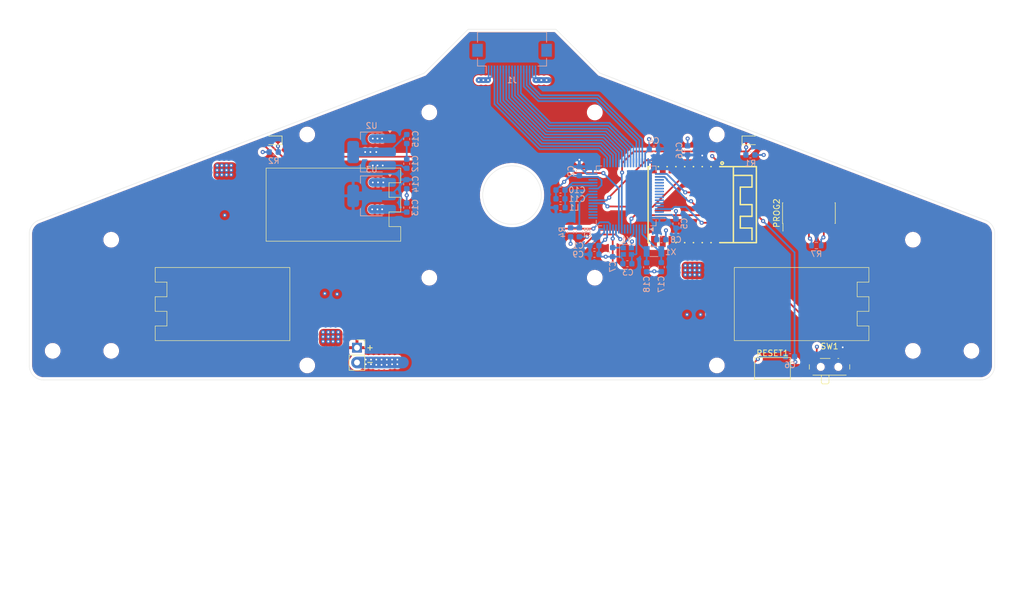
<source format=kicad_pcb>
(kicad_pcb (version 20240108) (generator "pcbnew") (generator_version "8.0")
  (layers (0 "F.Cu" signal) (1 "In1.Cu" signal) (2 "In2.Cu" signal) (31 "B.Cu" signal) (34 "B.Paste" user) (35 "F.Paste" user) (36 "B.SilkS" user "B.Silkscreen") (37 "F.SilkS" user "F.Silkscreen") (38 "B.Mask" user) (39 "F.Mask" user) (44 "Edge.Cuts" user))
  (net 0 "")
  (net 1 "GND")
  (net 2 "+3.3V")
  (net 3 "/HSE_IN")
  (net 4 "NRST")
  (net 5 "/HSE_OUT")
  (net 6 "VREF+")
  (net 7 "Net-(C12-Pad2)")
  (net 8 "VDC")
  (net 9 "+5V")
  (net 10 "/LSE_IN")
  (net 11 "/LSE_OUT")
  (net 12 "Net-(D1-K)")
  (net 13 "LED2")
  (net 14 "Net-(D2-K)")
  (net 15 "LED1")
  (net 16 "SENSOR5")
  (net 17 "SENSOR12")
  (net 18 "SENSOR7")
  (net 19 "LEDON")
  (net 20 "SENSOR9")
  (net 21 "SENSOR8")
  (net 22 "SENSOR10")
  (net 23 "SENSOR3")
  (net 24 "SENSOR4")
  (net 25 "SENSOR11")
  (net 26 "SENSOR6")
  (net 27 "SENSOR1")
  (net 28 "SENSOR2")
  (net 31 "+3V3")
  (net 33 "SYS_JTCK_SWCLK")
  (net 34 "SYS_JTMS_SWDIO")
  (net 35 "Net-(PROG2-Pin_11)")
  (net 40 "ADC")
  (net 41 "BOOT0")
  (net 42 "L_MOTOR")
  (net 43 "R_MOTOR")
  (net 44 "PA2")
  (net 45 "PA7")
  (net 46 "PB10")
  (net 47 "PA15")
  (net 48 "PB9")
  (net 49 "PB4")
  (net 50 "PB5")
  (net 51 "PC0")
  (net 52 "PB0")
  (net 53 "PB6")
  (net 54 "PB2")
  (net 55 "PA4")
  (net 56 "PB11")
  (net 58 "PB7")
  (net 59 "PC5")
  (net 60 "PD2")
  (net 61 "PA5")
  (net 62 "PA3")
  (net 63 "PC12")
  (net 64 "PC4")
  (net 65 "PC1")
  (net 66 "PA6")
  (net 67 "PB3")
  (net 68 "PC11")
  (net 69 "PC10")
  (footprint "MountingHole:MountingHole_2.2mm_M2" (layer "F.Cu") (at 197.5 122.5)
    (property "Reference" "REF**" (hide yes))
    (property "Value" "MountingHole_2.2mm_M2" (hide yes))
  )
  (footprint "MountingHole:MountingHole_2.2mm_M2" (layer "F.Cu") (at 127.5 83)
    (property "Reference" "REF**" (hide yes))
    (property "Value" "MountingHole_2.2mm_M2" (hide yes))
  )
  (footprint "Connector:esc_littlebee" (layer "F.Cu") (at 124.525 105.75)
    (property "Reference" "REF**" (hide yes))
    (property "Value" "esc_littlebee")
  )
  (footprint "MountingHole:MountingHole_2.2mm_M2" (layer "F.Cu") (at 231 120)
    (property "Reference" "REF**" (hide yes))
    (property "Value" "MountingHole_2.2mm_M2" (hide yes))
  )
  (footprint "Button_Switch_SMD:SW_SPDT_PCM12" (layer "F.Cu") (at 216.75 122.425)
    (property "Reference" "SW1")
    (property "Value" "SW_DPDT_x2")
  )
  (footprint "MountingHole:MountingHole_2.2mm_M2" (layer "F.Cu") (at 148.36 107.5)
    (property "Reference" "REF**" (hide yes))
    (property "Value" "MountingHole_2.2mm_M2" (hide yes))
  )
  (footprint "MountingHole:MountingHole_2.2mm_M2" (layer "F.Cu") (at 148.36 79.22)
    (property "Reference" "REF**" (hide yes))
    (property "Value" "MountingHole_2.2mm_M2" (hide yes))
  )
  (footprint "MountingHole:MountingHole_2.2mm_M2" (layer "F.Cu") (at 84 120)
    (property "Reference" "REF**" (hide yes))
    (property "Value" "MountingHole_2.2mm_M2" (hide yes))
  )
  (footprint "MountingHole:MountingHole_2.2mm_M2" (layer "F.Cu") (at 241 120)
    (property "Reference" "REF**" (hide yes))
    (property "Value" "MountingHole_2.2mm_M2" (hide yes))
  )
  (footprint "MountingHole:MountingHole_2.2mm_M2" (layer "F.Cu") (at 127.5 122.5)
    (property "Reference" "REF**" (hide yes))
    (property "Value" "MountingHole_2.2mm_M2" (hide yes))
  )
  (footprint "MountingHole:MountingHole_2.2mm_M2" (layer "F.Cu") (at 176.64 79.22)
    (property "Reference" "REF**" (hide yes))
    (property "Value" "MountingHole_2.2mm_M2" (hide yes))
  )
  (footprint "Connector:esc_littlebee" (layer "F.Cu") (at 200.475 118.25 180)
    (property "Reference" "REF**" (hide yes))
    (property "Value" "esc_littlebee")
  )
  (footprint "Connector_PinHeader_1.27mm:PinHeader_2x07_P1.27mm_Vertical_SMD" (layer "F.Cu") (at 213.23 96.45 90)
    (property "Reference" "PROG2")
    (property "Value" "Conn_02x07_Odd_Even")
  )
  (footprint "LED_SMD:LED_0603_1608Metric" (layer "F.Cu") (at 203.2875 84)
    (property "Reference" "D1" (hide yes))
    (property "Value" "LED")
  )
  (footprint "MountingHole:MountingHole_2.2mm_M2" (layer "F.Cu") (at 176.64 107.5)
    (property "Reference" "REF**" (hide yes))
    (property "Value" "MountingHole_2.2mm_M2" (hide yes))
  )
  (footprint "MountingHole:MountingHole_2.2mm_M2" (layer "F.Cu") (at 94 101)
    (property "Reference" "REF**" (hide yes))
    (property "Value" "MountingHole_2.2mm_M2")
  )
  (footprint "hc-04:hc-04" (layer "F.Cu") (at 192 95 -90)
    (property "Reference" "U4" (hide yes))
    (property "Value" "HC-04S" (hide yes))
  )
  (footprint "Connector_PinSocket_2.54mm:PinSocket_1x02_P2.54mm_Vertical" (layer "F.Cu") (at 136 119.46)
    (property "Reference" "VIN1" (hide yes))
    (property "Value" "Conn_01x02" (hide yes))
  )
  (footprint "MountingHole:MountingHole_2.2mm_M2" (layer "F.Cu") (at 94 120)
    (property "Reference" "REF**" (hide yes))
    (property "Value" "MountingHole_2.2mm_M2" (hide yes))
  )
  (footprint "Button_Switch_SMD:SW_SPST_CK_RS282G05A3" (layer "F.Cu") (at 207 123)
    (property "Reference" "RESET1")
    (property "Value" "SW_SPST")
  )
  (footprint "MountingHole:MountingHole_2.2mm_M2" (layer "F.Cu") (at 231 101)
    (property "Reference" "REF**" (hide yes))
    (property "Value" "MountingHole_2.2mm_M2" (hide yes))
  )
  (footprint "MountingHole:MountingHole_2.2mm_M2" (layer "F.Cu") (at 197.5 83)
    (property "Reference" "REF**" (hide yes))
    (property "Value" "MountingHole_2.2mm_M2" (hide yes))
  )
  (footprint "LED_SMD:LED_0603_1608Metric" (layer "F.Cu") (at 121.7125 84 180)
    (property "Reference" "D2" (hide yes))
    (property "Value" "LED" (hide yes))
  )
  (footprint "Connector:esc_littlebee" (layer "F.Cu") (at 120.475 101.25 180)
    (property "Reference" "REF**" (hide yes))
    (property "Value" "esc_littlebee" (hide yes))
  )
  (footprint "Inductor_SMD:L_0603_1608Metric" (layer "B.Cu") (at 170.7875 95.5)
    (property "Reference" "L1")
    (property "Value" "27nH")
  )
  (footprint "Capacitor_SMD:C_0603_1608Metric" (layer "B.Cu") (at 179.7 103.125 -90)
    (property "Reference" "C7")
    (property "Value" "6p8")
  )
  (footprint "Capacitor_SMD:C_0603_1608Metric" (layer "B.Cu") (at 188 105.675 90)
    (property "Reference" "C17")
    (property "Value" "5p1")
  )
  (footprint "Capacitor_SMD:C_0603_1608Metric" (layer "B.Cu") (at 188 101)
    (property "Reference" "C8")
    (property "Value" "100n")
  )
  (footprint "Capacitor_SMD:C_0603_1608Metric" (layer "B.Cu") (at 144.5 83.775 -90)
    (property "Reference" "C15")
    (property "Value" "10u")
  )
  (footprint "Capacitor_SMD:C_0603_1608Metric" (layer "B.Cu") (at 190.5 98.225 90)
    (property "Reference" "C5")
    (property "Value" "100n")
  )
  (footprint "Package_QFP:LQFP-64_10x10mm_P0.5mm" (layer "B.Cu") (at 182 93.5 90)
    (property "Reference" "U1" (hide yes))
    (property "Value" "STM32G474RBTx")
  )
  (footprint "Package_TO_SOT_SMD:SOT-223-3_TabPin2" (layer "B.Cu") (at 138.5 93.5 180)
    (property "Reference" "U3")
    (property "Value" "LM1117MP-3.3")
  )
  (footprint "Capacitor_SMD:C_0603_1608Metric" (layer "B.Cu") (at 186.725 85.5 180)
    (property "Reference" "C4")
    (property "Value" "100n")
  )
  (footprint "Capacitor_SMD:C_0603_1608Metric" (layer "B.Cu") (at 174 89.275 -90)
    (property "Reference" "C2")
    (property "Value" "100n")
  )
  (footprint "Capacitor_SMD:C_0603_1608Metric" (layer "B.Cu") (at 185.5 105.7 90)
    (property "Reference" "C18")
    (property "Value" "5p1")
  )
  (footprint "Crystal:Crystal_SMD_2016-4Pin_2.0x1.6mm" (layer "B.Cu") (at 182.2 102.95)
    (property "Reference" "Y1")
    (property "Value" "Crystal_GND24" (hide yes))
  )
  (footprint "Package_TO_SOT_SMD:SOT-223-3_TabPin2" (layer "B.Cu") (at 138.5 86 180)
    (property "Reference" "U2")
    (property "Value" "LM1117MP-5.0")
  )
  (footprint "Capacitor_SMD:C_0603_1608Metric" (layer "B.Cu") (at 203.225 86.5)
    (property "Reference" "R1")
    (property "Value" "510")
  )
  (footprint "Capacitor_SMD:C_0603_1608Metric" (layer "B.Cu") (at 182.2 105.1 180)
    (property "Reference" "C3")
    (property "Value" "6p8")
  )
  (footprint "Capacitor_SMD:C_0603_1608Metric" (layer "B.Cu") (at 144.5 95.5 90)
    (property "Reference" "C13")
    (property "Value" "10u")
  )
  (footprint "Capacitor_SMD:C_0603_1608Metric" (layer "B.Cu") (at 121.775 86 180)
    (property "Reference" "R2")
    (property "Value" "510")
  )
  (footprint "Capacitor_SMD:C_0603_1608Metric" (layer "B.Cu") (at 144.5 91.5 -90)
    (property "Reference" "C14")
    (property "Value" "10u")
  )
  (footprint "Connector_FFC-FPC:Hirose_FH12-17S-0.5SH_1x17-1MP_P0.50mm_Horizontal" (layer "B.Cu") (at 162.5 70)
    (property "Reference" "J1")
    (property "Value" "Conn_01x17")
  )
  (footprint "Capacitor_SMD:C_0603_1608Metric" (layer "B.Cu") (at 144.5 88 90)
    (property "Reference" "C12")
    (property "Value" "10u")
  )
  (footprint "Capacitor_SMD:C_0603_1608Metric" (layer "B.Cu") (at 174 99.725 90)
    (property "Reference" "R3")
    (property "Value" "330K")
  )
  (footprint "Capacitor_SMD:C_0603_1608Metric" (layer "B.Cu") (at 176.575 102)
    (property "Reference" "C1")
    (property "Value" "4u7")
  )
  (footprint "Capacitor_SMD:C_0603_1608Metric" (layer "B.Cu") (at 210 121)
    (property "Reference" "C6")
    (property "Value" "100n")
  )
  (footprint "Capacitor_SMD:C_0603_1608Metric" (layer "B.Cu") (at 172.5 99.725 -90)
    (property "Reference" "R4")
    (property "Value" "200K")
  )
  (footprint "Capacitor_SMD:C_0603_1608Metric" (layer "B.Cu") (at 176.575 103.5)
    (property "Reference" "C9")
    (property "Value" "100n")
  )
  (footprint "Capacitor_SMD:C_0603_1608Metric" (layer "B.Cu") (at 170.775 92.5 180)
    (property "Reference" "C10")
    (property "Value" "1u")
  )
  (footprint "Capacitor_SMD:C_0603_1608Metric" (layer "B.Cu") (at 192.5 85.725 -90)
    (property "Reference" "C16")
    (property "Value" "0.1u")
  )
  (footprint "Capacitor_SMD:C_0603_1608Metric" (layer "B.Cu") (at 170.775 94 180)
    (property "Reference" "C11")
    (property "Value" "100n")
  )
  (footprint "Resistor_SMD:R_0603_1608Metric" (layer "B.Cu") (at 214.5 102)
    (property "Reference" "R7")
    (property "Value" "100R")
  )
  (footprint "Crystal:Crystal_SMD_3215-2Pin_3.2x1.5mm" (layer "B.Cu") (at 186.75 103 180)
    (property "Reference" "X1")
    (property "Value" "32.768KHz" (hide yes))
  )
  (gr_circle (center 162.5 93.36) (end 167.5 93.36) (stroke (width 0.05)) (fill none) (layer "Edge.Cuts"))
  (gr_arc (start 245 122.5) (mid 244.267767 124.267767) (end 242.5 125) (stroke (width 0.05)) (layer "Edge.Cuts"))
  (gr_arc (start 82.5 125) (mid 80.732233 124.267767) (end 80 122.5) (stroke (width 0.05)) (layer "Edge.Cuts"))
  (gr_line (start 170 65) (end 162.5 65) (stroke (width 0.05)) (layer "Edge.Cuts"))
  (gr_line (start 147.5 72.5) (end 155 65) (stroke (width 0.05)) (layer "Edge.Cuts"))
  (gr_line (start 245 122.5) (end 245 100) (stroke (width 0.05)) (layer "Edge.Cuts"))
  (gr_line (start 82.5 125) (end 242.5 125) (stroke (width 0.05)) (layer "Edge.Cuts"))
  (gr_line (start 243.618034 97.763932) (end 177.5 72.5) (stroke (width 0.05)) (layer "Edge.Cuts"))
  (gr_arc (start 243.618034 97.763932) (mid 244.626627 98.685672) (end 245 100) (stroke (width 0.05)) (layer "Edge.Cuts"))
  (gr_line (start 81.381966 97.763932) (end 147.5 72.5) (stroke (width 0.05)) (layer "Edge.Cuts"))
  (gr_arc (start 80 100) (mid 80.373373 98.685672) (end 81.381966 97.763932) (stroke (width 0.05)) (layer "Edge.Cuts"))
  (gr_line (start 80 122.5) (end 80 100) (stroke (width 0.05)) (layer "Edge.Cuts"))
  (gr_line (start 155 65) (end 162.5 65) (stroke (width 0.05)) (layer "Edge.Cuts"))
  (gr_line (start 177.5 72.5) (end 170 65) (stroke (width 0.05)) (layer "Edge.Cuts"))
  (gr_text "-\n" (at 137.5 122.5 0) (layer "F.SilkS") (effects (font (size 1 1) (thickness 0.16)) (justify left bottom)))
  (gr_text "+" (at 137.5 120 0) (layer "F.SilkS") (effects (font (size 1 1) (thickness 0.16)) (justify left bottom)))
  (segment (start 197.2501 87.2501) (end 196.7 86.7) (width 0.3) (layer "F.Cu") (net 1))
  (segment (start 203.1 122.8) (end 204.5 121.4) (width 0.3) (layer "F.Cu") (net 1))
  (segment (start 213.23 98.4) (end 213.23 100.63) (width 0.3) (layer "F.Cu") (net 1))
  (segment (start 196.7 86.7) (end 196.6 86.6) (width 0.3) (layer "F.Cu") (net 1))
  (segment (start 203.1 123) (end 203.1 122.8) (width 0.3) (layer "F.Cu") (net 1))
  (segment (start 213.23 100.63) (end 213.4 100.8) (width 0.3) (layer "F.Cu") (net 1))
  (segment (start 197.2501 88.7002) (end 197.2501 87.2501) (width 0.3) (layer "F.Cu") (net 1))
  (segment (start 214.5 120.995) (end 214.6 119.3) (width 0.3) (layer "F.Cu") (net 1))
  (segment (start 211.96 98.4) (end 213.23 98.4) (width 0.3) (layer "F.Cu") (net 1))
  (segment (start 214.6 119.3) (end 214.5 119.3) (width 0.3) (layer "F.Cu") (net 1))
  (via (at 137.5 122.3) (size 0.7) (drill 0.3) (layers "F.Cu" "B.Cu") (net 1))
  (via (at 204.5 121.4) (size 0.7) (drill 0.3) (layers "F.Cu" "B.Cu") (net 1))
  (via (at 140.3 83.7) (size 0.7) (drill 0.3) (layers "F.Cu" "B.Cu") (net 1))
  (via (at 130.5 110.2) (size 0.7) (drill 0.3) (layers "F.Cu" "B.Cu") (net 1))
  (via (at 138.4 121.5) (size 0.7) (drill 0.3) (layers "F.Cu" "B.Cu") (net 1))
  (via (at 194.5 105.4) (size 0.7) (drill 0.3) (layers "F.Cu" "B.Cu") (net 1))
  (via (at 178.4 101) (size 0.7) (drill 0.3) (layers "F.Cu" "B.Cu") (net 1))
  (via (at 178.5 103.9) (size 0.7) (drill 0.3) (layers "F.Cu" "B.Cu") (net 1))
  (via (at 138.7 83.7) (size 0.7) (drill 0.3) (layers "F.Cu" "B.Cu") (net 1))
  (via (at 114.5 89.9) (size 0.7) (drill 0.3) (layers "F.Cu" "B.Cu") (net 1))
  (via (at 141.1 122.4) (size 0.7) (drill 0.3) (layers "F.Cu" "B.Cu") (net 1))
  (via (at 186.8 106.4) (size 0.7) (drill 0.3) (layers "F.Cu" "B.Cu") (net 1))
  (via (at 113.7 88.3) (size 0.7) (drill 0.3) (layers "F.Cu" "B.Cu") (net 1))
  (via (at 138.4 122.3) (size 0.7) (drill 0.3) (layers "F.Cu" "B.Cu") (net 1))
  (via (at 142 121.5) (size 0.7) (drill 0.3) (layers "F.Cu" "B.Cu") (net 1))
  (via (at 112.9 89.9) (size 0.7) (drill 0.3) (layers "F.Cu" "B.Cu") (net 1))
  (via (at 113.4 96.8) (size 0.7) (drill 0.3) (layers "F.Cu" "B.Cu") (net 1))
  (via (at 114.5 89.1) (size 0.7) (drill 0.3) (layers "F.Cu" "B.Cu") (net 1))
  (via (at 192.9 107) (size 0.7) (drill 0.3) (layers "F.Cu" "B.Cu") (net 1))
  (via (at 192.1 107) (size 0.7) (drill 0.3) (layers "F.Cu" "B.Cu") (net 1))
  (via (at 139.3 122.4) (size 0.7) (drill 0.3) (layers "F.Cu" "B.Cu") (net 1))
  (via (at 193.7 106.2) (size 0.7) (drill 0.3) (layers "F.Cu" "B.Cu") (net 1))
  (via (at 137.5 121.5) (size 0.7) (drill 0.3) (layers "F.Cu" "B.Cu") (net 1))
  (via (at 112.9 89.1) (size 0.7) (drill 0.3) (layers "F.Cu" "B.Cu") (net 1))
  (via (at 130.2 117.6) (size 0.7) (drill 0.3) (layers "F.Cu" "B.Cu") (net 1))
  (via (at 130.2 118.4) (size 0.7) (drill 0.3) (layers "F.Cu" "B.Cu") (net 1))
  (via (at 139.5 83.7) (size 0.7) (drill 0.3) (layers "F.Cu" "B.Cu") (net 1))
  (via (at 192.4 113.8) (size 0.7) (drill 0.3) (layers "F.Cu" "B.Cu") (net 1))
  (via (at 140.5 91.2) (size 0.7) (drill 0.3) (layers "F.Cu" "B.Cu") (net 1))
  (via (at 114.5 88.3) (size 0.7) (drill 0.3) (layers "F.Cu" "B.Cu") (net 1))
  (via (at 131.9 118.4) (size 0.7) (drill 0.3) (layers "F.Cu" "B.Cu") (net 1))
  (via (at 188.8 99.4) (size 0.7) (drill 0.3) (layers "F.Cu" "B.Cu") (net 1))
  (via (at 131.9 116.8) (size 0.7) (drill 0.3) (layers "F.Cu" "B.Cu") (net 1))
  (via (at 112.9 88.3) (size 0.7) (drill 0.3) (layers "F.Cu" "B.Cu") (net 1))
  (via (at 131.1 117.6) (size 0.7) (drill 0.3) (layers "F.Cu" "B.Cu") (net 1))
  (via (at 142 122.3) (size 0.7) (drill 0.3) (layers "F.Cu" "B.Cu") (net 1))
  (via (at 141.1 121.5) (size 0.7) (drill 0.3) (layers "F.Cu" "B.Cu") (net 1))
  (via (at 171.4 91.1) (size 0.7) (drill 0.3) (layers "F.Cu" "B.Cu") (net 1))
  (via (at 140.2 121.5) (size 0.7) (drill 0.3) (layers "F.Cu" "B.Cu") (net 1))
  (via (at 132.6 110.3) (size 0.7) (drill 0.3) (layers "F.Cu" "B.Cu") (net 1))
  (via (at 167.5 73.7) (size 0.7) (drill 0.3) (layers "F.Cu" "B.Cu") (net 1))
  (via (at 140.2 122.4) (size 0.7) (drill 0.3) (layers "F.Cu" "B.Cu") (net 1))
  (via (at 132.8 116.8) (size 0.7) (drill 0.3) (layers "F.Cu" "B.Cu") (net 1))
  (via (at 168.4 73.7) (size 0.7) (drill 0.3) (layers "F.Cu" "B.Cu") (net 1))
  (via (at 132.8 117.6) (size 0.7) (drill 0.3) (layers "F.Cu" "B.Cu") (net 1))
  (via (at 183 101.3) (size 0.7) (drill 0.3) (layers "F.Cu" "B.Cu") (net 1))
  (via (at 194.5 107) (size 0.7) (drill 0.3) (layers "F.Cu" "B.Cu") (net 1))
  (via (at 131.1 116.8) (size 0.7) (drill 0.3) (layers "F.Cu" "B.Cu") (net 1))
  (via (at 112.1 89.9) (size 0.7) (drill 0.3) (layers "F.Cu" "B.Cu") (net 1))
  (via (at 214.6 119.3) (size 0.7) (drill 0.3) (layers "F.Cu" "B.Cu") (net 1))
  (via (at 113.7 89.1) (size 0.7) (drill 0.3) (layers "F.Cu" "B.Cu") (net 1))
  (via (at 142.9 121.5) (size 0.7) (drill 0.3) (layers "F.Cu" "B.Cu") (net 1))
  (via (at 192.5 83.7) (size 0.7) (drill 0.3) (layers "F.Cu" "B.Cu") (net 1))
  (via (at 192.9 105.4) (size 0.7) (drill 0.3) (layers "F.Cu" "B.Cu") (net 1))
  (via (at 130.2 116.8) (size 0.7) (drill 0.3) (layers "F.Cu" "B.Cu") (net 1))
  (via (at 142.9 122.3) (size 0.7) (drill 0.3) (layers "F.Cu" "B.Cu") (net 1))
  (via (at 193.7 105.4) (size 0.7) (drill 0.3) (layers "F.Cu" "B.Cu") (net 1))
  (via (at 192.9 106.2) (size 0.7) (drill 0.3) (layers "F.Cu" "B.Cu") (net 1))
  (via (at 119.9 86) (size 0.7) (drill 0.3) (layers "F.Cu" "B.Cu") (net 1))
  (via (at 132.8 118.4) (size 0.7) (drill 0.3) (layers "F.Cu" "B.Cu") (net 1))
  (via (at 113.7 89.9) (size 0.7) (drill 0.3) (layers "F.Cu" "B.Cu") (net 1))
  (via (at 131.1 118.4) (size 0.7) (drill 0.3) (layers "F.Cu" "B.Cu") (net 1))
  (via (at 194.5 106.2) (size 0.7) (drill 0.3) (layers "F.Cu" "B.Cu") (net 1))
  (via (at 139.3 121.5) (size 0.7) (drill 0.3) (layers "F.Cu" "B.Cu") (net 1))
  (via (at 194.7 113.8) (size 0.7) (drill 0.3) (layers "F.Cu" "B.Cu") (net 1))
  (via (at 196.7 86.7) (size 0.7) (drill 0.3) (layers "F.Cu" "B.Cu") (net 1))
  (via (at 144.5 93.4) (size 0.7) (drill 0.3) (layers "F.Cu" "B.Cu") (net 1))
  (via (at 193.7 107) (size 0.7) (drill 0.3) (layers "F.Cu" "B.Cu") (net 1))
  (via (at 166.6 73.7) (size 0.7) (drill 0.3) (layers "F.Cu" "B.Cu") (net 1))
  (via (at 185.9 83.8) (size 0.7) (drill 0.3) (layers "F.Cu" "B.Cu") (net 1))
  (via (at 192.1 106.2) (size 0.7) (drill 0.3) (layers "F.Cu" "B.Cu") (net 1))
  (via (at 213.4 100.8) (size 0.7) (drill 0.3) (layers "F.Cu" "B.Cu") (net 1))
  (via (at 192.1 105.4) (size 0.7) (drill 0.3) (layers "F.Cu" "B.Cu") (net 1))
  (via (at 138.7 91.2) (size 0.7) (drill 0.3) (layers "F.Cu" "B.Cu") (net 1))
  (via (at 112.1 89.1) (size 0.7) (drill 0.3) (layers "F.Cu" "B.Cu") (net 1))
  (via (at 205.5 86.5) (size 0.7) (drill 0.3) (layers "F.Cu" "B.Cu") (net 1))
  (via (at 131.9 117.6) (size 0.7) (drill 0.3) (layers "F.Cu" "B.Cu") (net 1))
  (via (at 190.5 96.1) (size 0.7) (drill 0.3) (layers "F.Cu" "B.Cu") (net 1))
  (via (at 139.6 91.2) (size 0.7) (drill 0.3) (layers "F.Cu" "B.Cu") (net 1))
  (via (at 112.1 88.3) (size 0.7) (drill 0.3) (layers "F.Cu" "B.Cu") (net 1))
  (via (at 172.5 101.7) (size 0.7) (drill 0.3) (layers "F.Cu" "B.Cu") (net 1))
  (segment (start 177.75 103.9) (end 177.35 103.5) (width 0.3) (layer "B.Cu") (net 1))
  (segment (start 179.7 103.9) (end 181 103.9) (width 0.3) (layer "B.Cu") (net 1))
  (segment (start 183 101.3) (end 183.1 101.2) (width 0.3) (layer "B.Cu") (net 1))
  (segment (start 166.5 73.7) (end 168.4 73.7) (width 1) (layer "B.Cu") (net 1))
  (segment (start 185.525 106.45) (end 185.5 106.475) (width 0.3) (layer "B.Cu") (net 1))
  (segment (start 186.85 106.45) (end 186.8 106.4) (width 0.3) (layer "B.Cu") (net 1))
  (segment (start 185.25 86.2) (end 185.95 85.5) (width 0.3) (layer "B.Cu") (net 1))
  (segment (start 172.5 100.5) (end 172.5 101.7) (width 0.3) (layer "B.Cu") (net 1))
  (segment (start 167.5 73.7) (end 166.6 73.7) (width 1) (layer "B.Cu") (net 1))
  (segment (start 192.5 84.95) (end 192.5 83.7) (width 0.3) (layer "B.Cu") (net 1))
  (segment (start 213.675 101.075) (end 213.4 100.8) (width 0.3) (layer "B.Cu") (net 1))
  (segment (start 177.20312 92.25) (end 177.8 91.65312) (width 0.3) (layer "B.Cu") (net 1))
  (segment (start 178.4 101) (end 178.4 100.95) (width 0.3) (layer "B.Cu") (net 1))
  (segment (start 177.8 90.84688) (end 177.20312 90.25) (width 0.3) (layer "B.Cu") (net 1))
  (segment (start 181.425 104.325) (end 181 103.9) (width 0.3) (layer "B.Cu") (net 1))
  (segment (start 140.3 83.7) (end 139.5 83.7) (width 1.5) (layer "B.Cu") (net 1))
  (segment (start 213.675 102) (end 213.675 101.075) (width 0.3) (layer "B.Cu") (net 1))
  (segment (start 172.45 90.05) (end 171.4 91.1) (width 0.3) (layer "B.Cu") (net 1))
  (segment (start 190.5 97.45) (end 189.8 96.75) (width 0.3) (layer "B.Cu") (net 1))
  (segment (start 139.4 91.2) (end 138.7 91.2) (width 1.5) (layer "B.Cu") (net 1))
  (segment (start 204 86.5) (end 205.5 86.5) (width 0.3) (layer "B.Cu") (net 1))
  (segment (start 188.775 101) (end 188.775 99.425) (width 0.3) (layer "B.Cu") (net 1))
  (segment (start 190.5 97.45) (end 190.5 96.1) (width 0.3) (layer "B.Cu") (net 1))
  (segment (start 179.7 103.9) (end 178.5 103.9) (width 0.3) (layer "B.Cu") (net 1))
  (segment (start 166 73.2) (end 166.5 73.7) (width 0.3) (layer "B.Cu") (net 1))
  (segment (start 181.1 103.9) (end 181.5 103.5) (width 0.3) (layer "B.Cu") (net 1))
  (segment (start 166.6 73.7) (end 166.5 73.7) (width 1) (layer "B.Cu") (net 1))
  (segment (start 140.1 91.2) (end 139.4 91.2) (width 1.5) (layer "B.Cu") (net 1))
  (segment (start 178.4 100.95) (end 178.75 100.6) (width 0.3) (layer "B.Cu") (net 1))
  (segment (start 178.5 103.9) (end 177.75 103.9) (width 0.3) (layer "B.Cu") (net 1))
  (segment (start 166 71.85) (end 166 73.2) (width 0.3) (layer "B.Cu") (net 1))
  (segment (start 185.95 85.5) (end 185.95 83.85) (width 0.3) (layer "B.Cu") (net 1))
  (segment (start 174.2 90.25) (end 176.325 90.25) (width 0.3) (layer "B.Cu") (net 1))
  (segment (start 174 90.05) (end 174.2 90.25) (width 0.3) (layer "B.Cu") (net 1))
  (segment (start 119.9 86) (end 119.8 86) (width 0.3) (layer "B.Cu") (net 1))
  (segment (start 139.5 83.7) (end 138.7 83.7) (width 1.5) (layer "B.Cu") (net 1))
  (segment (start 189.8 96.75) (end 187.675 96.75) (width 0.3) (layer "B.Cu") (net 1))
  (segment (start 174 90.05) (end 172.45 90.05) (width 0.3) (layer "B.Cu") (net 1))
  (segment (start 204.9 121) (end 204.5 121.4) (width 0.3) (layer "B.Cu") (net 1))
  (segment (start 181.425 105.1) (end 181.425 104.325) (width 0.3) (layer "B.Cu") (net 1))
  (segment (start 185.95 83.85) (end 185.9 83.8) (width 0.3) (layer "B.Cu") (net 1))
  (segment (start 188 106.45) (end 186.85 106.45) (width 0.3) (layer "B.Cu") (net 1))
  (segment (start 176.325 92.25) (end 177.20312 92.25) (width 0.3) (layer "B.Cu") (net 1))
  (segment (start 186.8 106.4) (end 186.75 106.45) (width 0.3) (layer "B.Cu") (net 1))
  (segment (start 144.5 93.4) (end 144.5 92.275) (width 0.3) (layer "B.Cu") (net 1))
  (segment (start 141.65 91.2) (end 140.1 91.2) (width 1.5) (layer "B.Cu") (net 1))
  (segment (start 136 122) (end 143.85 122) (width 2) (layer "B.Cu") (net 1))
  (segment (start 186.75 106.45) (end 185.525 106.45) (width 0.3) (layer "B.Cu") (net 1))
  (segment (start 178.35 101) (end 178.4 101) (width 0.3) (layer "B.Cu") (net 1))
  (segment (start 141.65 83.7) (end 140.3 83.7) (width 1.5) (layer "B.Cu") (net 1))
  (segment (start 177.35 103.5) (end 177.35 102) (width 0.3) (layer "B.Cu") (net 1))
  (segment (start 181 103.9) (end 181.1 103.9) (width 0.3) (layer "B.Cu") (net 1))
  (segment (start 121 86) (end 119.9 86) (width 0.3) (layer "B.Cu") (net 1))
  (segment (start 144.5 94.725) (end 144.5 93.4) (width 0.3) (layer "B.Cu") (net 1))
  (segment (start 177.20312 90.25) (end 176.325 90.25) (width 0.3) (layer "B.Cu") (net 1))
  (segment (start 182.9 102.4) (end 182.9 101.4) (width 0.3) (layer "B.Cu") (net 1))
  (segment (start 177.35 102) (end 178.35 101) (width 0.3) (layer "B.Cu") (net 1))
  (segment (start 188.775 99.425) (end 188.8 99.4) (width 0.3) (layer "B.Cu") (net 1))
  (segment (start 170 94) (end 170 92.5) (width 0.3) (layer "B.Cu") (net 1))
  (segment (start 182.9 101.4) (end 183 101.3) (width 0.3) (layer "B.Cu") (net 1))
  (segment (start 166.5 71.85) (end 166.5 73.7) (width 0.3) (layer "B.Cu") (net 1))
  (segment (start 209.225 121) (end 204.9 121) (width 0.3) (layer "B.Cu") (net 1))
  (segment (start 178.75 100.6) (end 178.75 99.175) (width 0.3) (layer "B.Cu") (net 1))
  (segment (start 171.4 91.1) (end 170 92.5) (width 0.3) (layer "B.Cu") (net 1))
  (segment (start 185.25 87.825) (end 185.25 86.2) (width 0.3) (layer "B.Cu") (net 1))
  (segment (start 168.4 73.7) (end 168.8 73.7) (width 1) (layer "B.Cu") (net 1))
  (segment (start 177.8 91.65312) (end 177.8 90.84688) (width 0.3) (layer "B.Cu") (net 1))
  (segment (start 219 119.4) (end 219 119.3) (width 0.3) (layer "F.Cu") (net 2))
  (segment (start 195.7499 88.6999) (end 195.7499 87.3499) (width 0.3) (layer "F.Cu") (net 2))
  (segment (start 195.7499 87.3499) (end 195 86.6) (width 0.3) (layer "F.Cu") (net 2))
  (segment (start 219 120.995) (end 219 119.4) (width 0.3) (layer "F.Cu") (net 2))
  (via (at 174 87.3) (size 0.7) (drill 0.3) (layers "F.Cu" "B.Cu") (net 2))
  (via (at 195 86.6) (size 0.7) (drill 0.3) (layers "F.Cu" "B.Cu") (net 2))
  (via (at 219 119.4) (size 0.7) (drill 0.3) (layers "F.Cu" "B.Cu") (net 2))
  (segment (start 185.75 87.825) (end 187.5 86.075) (width 0.3) (layer "B.Cu") (net 2))
  (segment (start 139.3 93.5) (end 141.65 93.5) (width 1.5) (layer "B.Cu") (net 2))
  (segment (start 144.425 90.725) (end 141.65 93.5) (width 0.3) (layer "B.Cu") (net 2))
  (segment (start 194.9 86.5) (end 195 86.6) (width 0.3) (layer "B.Cu") (net 2))
  (segment (start 178.25 99.175) (end 178.25 99.75) (width 0.3) (layer "B.Cu") (net 2))
  (segment (start 144.5 90.725) (end 144.425 90.725) (width 0.3) (layer "B.Cu") (net 2))
  (segment (start 175.25 89.75) (end 176.325 89.75) (width 0.3) (layer "B.Cu") (net 2))
  (segment (start 138.3 93.5) (end 139.3 93.5) (width 1.5) (layer "B.Cu") (net 2))
  (segment (start 187.5 86.075) (end 187.5 85.5) (width 0.3) (layer "B.Cu") (net 2))
  (segment (start 174 88.5) (end 174 87.3) (width 0.3) (layer "B.Cu") (net 2))
  (segment (start 187.225 101) (end 187.225 99.825) (width 0.3) (layer "B.Cu") (net 2))
  (segment (start 186.575 99.175) (end 185.75 99.175) (width 0.3) (layer "B.Cu") (net 2))
  (segment (start 175.8 103.5) (end 175.8 102) (width 0.3) (layer "B.Cu") (net 2))
  (segment (start 137.3 93.5) (end 138.3 93.5) (width 1.5) (layer "B.Cu") (net 2))
  (segment (start 135.35 93.5) (end 137.3 93.5) (width 1.5) (layer "B.Cu") (net 2))
  (segment (start 190.5 99) (end 188.75 97.25) (width 0.3) (layer "B.Cu") (net 2))
  (segment (start 176 102) (end 175.8 102) (width 0.3) (layer "B.Cu") (net 2))
  (segment (start 192.5 86.5) (end 194.9 86.5) (width 0.3) (layer "B.Cu") (net 2))
  (segment (start 178.25 99.75) (end 176 102) (width 0.3) (layer "B.Cu") (net 2))
  (segment (start 174 88.5) (end 175.25 89.75) (width 0.3) (layer "B.Cu") (net 2))
  (segment (start 187.675 97.25) (end 185.95 97.25) (width 0.3) (layer "B.Cu") (net 2))
  (segment (start 186.9 99.5) (end 186.575 99.175) (width 0.3) (layer "B.Cu") (net 2))
  (segment (start 188.75 97.25) (end 187.675 97.25) (width 0.3) (layer "B.Cu") (net 2))
  (segment (start 187.225 99.825) (end 186.9 99.5) (width 0.3) (layer "B.Cu") (net 2))
  (segment (start 183.65 103.5) (end 183.75 103.4) (width 0.3) (layer "B.Cu") (net 3))
  (segment (start 182.975 105.1) (end 182.975 103.575) (width 0.3) (layer "B.Cu") (net 3))
  (segment (start 182.975 103.575) (end 182.9 103.5) (width 0.3) (layer "B.Cu") (net 3))
  (segment (start 183.75 103.4) (end 183.75 99.175) (width 0.3) (layer "B.Cu") (net 3))
  (segment (start 182.9 103.5) (end 183.65 103.5) (width 0.3) (layer "B.Cu") (net 3))
  (segment (start 210.9 121.9) (end 210.9 121.8) (width 0.3) (layer "F.Cu") (net 4))
  (segment (start 210.9 123) (end 210.9 121.9) (width 0.3) (layer "F.Cu") (net 4))
  (segment (start 215.77 95.5) (end 214.47 96.8) (width 0.3) (layer "F.Cu") (net 4))
  (segment (start 204.1 96.8) (end 183.5 96.8) (width 0.3) (layer "F.Cu") (net 4))
  (segment (start 205.4 97.8) (end 204.4 96.8) (width 0.3) (layer "F.Cu") (net 4))
  (segment (start 215.77 94.5) (end 215.77 95.5) (width 0.3) (layer "F.Cu") (net 4))
  (segment (start 214.47 96.8) (end 204.1 96.8) (width 0.3) (layer "F.Cu") (net 4))
  (segment (start 204.4 96.8) (end 204.1 96.8) (width 0.3) (layer "F.Cu") (net 4))
  (segment (start 183.5 96.8) (end 182.9 97.4) (width 0.3) (layer "F.Cu") (net 4))
  (via (at 210.9 121.9) (size 0.7) (drill 0.3) (layers "F.Cu" "B.Cu") (net 4))
  (via (at 205.4 97.8) (size 0.7) (drill 0.3) (layers "F.Cu" "B.Cu") (net 4))
  (via (at 182.9 97.4) (size 0.7) (drill 0.3) (layers "F.Cu" "B.Cu") (net 4))
  (segment (start 210.775 121) (end 210.775 121.775) (width 0.3) (layer "B.Cu") (net 4))
  (segment (start 182.75 97.55) (end 182.9 97.4) (width 0.3) (layer "B.Cu") (net 4))
  (segment (start 182.75 99.175) (end 182.75 97.55) (width 0.3) (layer "B.Cu") (net 4))
  (segment (start 210.775 121.775) (end 210.9 121.9) (width 0.3) (layer "B.Cu") (net 4))
  (segment (start 210.775 103.175) (end 205.4 97.8) (width 0.3) (layer "B.Cu") (net 4))
  (segment (start 210.775 121) (end 210.775 103.175) (width 0.3) (layer "B.Cu") (net 4))
  (segment (start 181.45 102.35) (end 181.5 102.4) (width 0.3) (layer "B.Cu") (net 5))
  (segment (start 179.7 102.35) (end 181.45 102.35) (width 0.3) (layer "B.Cu") (net 5))
  (segment (start 181.5 101.80312) (end 181.5 102.4) (width 0.3) (layer "B.Cu") (net 5))
  (segment (start 183.25 100.05312) (end 181.5 101.80312) (width 0.3) (layer "B.Cu") (net 5))
  (segment (start 183.25 99.175) (end 183.25 100.05312) (width 0.3) (layer "B.Cu") (net 5))
  (segment (start 172.3 91.75) (end 176.325 91.75) (width 0.3) (layer "B.Cu") (net 6))
  (segment (start 172.8 91.25) (end 176.325 91.25) (width 0.3) (layer "B.Cu") (net 6))
  (segment (start 171.575 94.025) (end 171.55 94) (width 0.3) (layer "B.Cu") (net 6))
  (segment (start 171.55 94) (end 171.55 92.5) (width 0.3) (layer "B.Cu") (net 6))
  (segment (start 171.55 92.5) (end 172.8 91.25) (width 0.3) (layer "B.Cu") (net 6))
  (segment (start 171.55 92.5) (end 172.3 91.75) (width 0.3) (layer "B.Cu") (net 6))
  (segment (start 171.575 95.5) (end 171.575 94.025) (width 0.3) (layer "B.Cu") (net 6))
  (segment (start 144.5 87.225) (end 144.5 84.55) (width 0.3) (layer "B.Cu") (net 7))
  (via (at 138.7 88.3) (size 0.7) (drill 0.3) (layers "F.Cu" "B.Cu") (net 8))
  (via (at 139.5 88.3) (size 0.7) (drill 0.3) (layers "F.Cu" "B.Cu") (net 8))
  (via (at 175.3 100.5) (size 0.7) (drill 0.3) (layers "F.Cu" "B.Cu") (net 8))
  (via (at 140.4 88.3) (size 0.7) (drill 0.3) (layers "F.Cu" "B.Cu") (net 8))
  (segment (start 139.5 88.3) (end 138.7 88.3) (width 1.5) (layer "B.Cu") (net 8))
  (segment (start 138.7 88.3) (end 138.8 88.3) (width 1.5) (layer "B.Cu") (net 8))
  (segment (start 174 100.5) (end 175.3 100.5) (width 0.3) (layer "B.Cu") (net 8))
  (segment (start 143.6 88.3) (end 141.65 88.3) (width 0.3) (layer "B.Cu") (net 8))
  (segment (start 175.3 100.5) (end 175.4 100.5) (width 0.3) (layer "B.Cu") (net 8))
  (segment (start 140.2 88.3) (end 139.5 88.3) (width 1.5) (layer "B.Cu") (net 8))
  (segment (start 144.075 88.775) (end 143.6 88.3) (width 0.3) (layer "B.Cu") (net 8))
  (segment (start 141.65 88.3) (end 140.2 88.3) (width 1.5) (layer "B.Cu") (net 8))
  (segment (start 144.5 88.775) (end 144.075 88.775) (width 0.3) (layer "B.Cu") (net 8))
  (via (at 158.4 73.7) (size 0.7) (drill 0.3) (layers "F.Cu" "B.Cu") (net 9))
  (via (at 157.6 73.7) (size 0.7) (drill 0.3) (layers "F.Cu" "B.Cu") (net 9))
  (via (at 137.4 86) (size 0.7) (drill 0.3) (layers "F.Cu" "B.Cu") (net 9))
  (via (at 138.6 95.8) (size 0.7) (drill 0.3) (layers "F.Cu" "B.Cu") (net 9))
  (via (at 156.8 73.7) (size 0.7) (drill 0.3) (layers "F.Cu" "B.Cu") (net 9))
  (via (at 139.5 95.8) (size 0.7) (drill 0.3) (layers "F.Cu" "B.Cu") (net 9))
  (via (at 139.3 86) (size 0.7) (drill 0.3) (layers "F.Cu" "B.Cu") (net 9))
  (via (at 138.3 86) (size 0.7) (drill 0.3) (layers "F.Cu" "B.Cu") (net 9))
  (via (at 140.3 95.8) (size 0.7) (drill 0.3) (layers "F.Cu" "B.Cu") (net 9))
  (segment (start 156.8 73.7) (end 158.4 73.7) (width 1) (layer "B.Cu") (net 9))
  (segment (start 138.6 95.8) (end 138.7 95.8) (width 1.5) (layer "B.Cu") (net 9))
  (segment (start 139.5 95.8) (end 138.6 95.8) (width 1.5) (layer "B.Cu") (net 9))
  (segment (start 141.65 85.85) (end 141.65 86) (width 0.3) (layer "B.Cu") (net 9))
  (segment (start 159 71.85) (end 159 73.1) (width 0.3) (layer "B.Cu") (net 9))
  (segment (start 144.5 83) (end 141.65 85.85) (width 0.3) (layer "B.Cu") (net 9))
  (segment (start 141.65 95.8) (end 140.3 95.8) (width 1.5) (layer "B.Cu") (net 9))
  (segment (start 139.3 86) (end 141.65 86) (width 1.5) (layer "B.Cu") (net 9))
  (segment (start 142.125 96.275) (end 141.65 95.8) (width 0.3) (layer "B.Cu") (net 9))
  (segment (start 138.3 86) (end 139.3 86) (width 1.5) (layer "B.Cu") (net 9))
  (segment (start 135.35 86) (end 137.4 86) (width 1.5) (layer "B.Cu") (net 9))
  (segment (start 137.4 86) (end 138.3 86) (width 1.5) (layer "B.Cu") (net 9))
  (segment (start 159 73.1) (end 158.4 73.7) (width 0.3) (layer "B.Cu") (net 9))
  (segment (start 144.5 96.275) (end 142.125 96.275) (width 0.3) (layer "B.Cu") (net 9))
  (segment (start 156.9 73.7) (end 156.8 73.7) (width 1) (layer "B.Cu") (net 9))
  (segment (start 158.5 73.6) (end 158.4 73.7) (width 0.3) (layer "B.Cu") (net 9))
  (segment (start 140.3 95.8) (end 139.5 95.8) (width 1.5) (layer "B.Cu") (net 9))
  (segment (start 158.5 71.85) (end 158.5 73.6) (width 0.3) (layer "B.Cu") (net 9))
  (segment (start 188 104.9) (end 188 103) (width 0.3) (layer "B.Cu") (net 10))
  (segment (start 188 103) (end 187.69688 103) (width 0.3) (layer "B.Cu") (net 10))
  (segment (start 187.69688 103) (end 184.75 100.05312) (width 0.3) (layer "B.Cu") (net 10))
  (segment (start 184.75 100.05312) (end 184.75 99.175) (width 0.3) (layer "B.Cu") (net 10))
  (segment (start 185.5 104.925) (end 185.5 103) (width 0.3) (layer "B.Cu") (net 11))
  (segment (start 184.25 101.75) (end 184.25 99.175) (width 0.3) (layer "B.Cu") (net 11))
  (segment (start 185.5 103) (end 184.25 101.75) (width 0.3) (layer "B.Cu") (net 11))
  (segment (start 202.5 84) (end 202.5 85.2) (width 0.3) (layer "F.Cu") (net 12))
  (via (at 202.5 85.2) (size 0.7) (drill 0.3) (layers "F.Cu" "B.Cu") (net 12))
  (segment (start 202.45 85.25) (end 202.5 85.2) (width 0.3) (layer "B.Cu") (net 12))
  (segment (start 202.45 86.5) (end 202.45 85.25) (width 0.3) (layer "B.Cu") (net 12))
  (segment (start 202.78995 85.9) (end 204.075 84.61495) (width 0.3) (layer "F.Cu") (net 13))
  (segment (start 181.3 89.5) (end 181.3 87.9) (width 0.3) (layer "F.Cu") (net 13))
  (segment (start 181.3 87.9) (end 183.3 85.9) (width 0.3) (layer "F.Cu") (net 13))
  (segment (start 204.075 84.61495) (end 204.075 84) (width 0.3) (layer "F.Cu") (net 13))
  (segment (start 183.3 85.9) (end 202.78995 85.9) (width 0.3) (layer "F.Cu") (net 13))
  (via (at 181.3 89.5) (size 0.7) (drill 0.3) (layers "F.Cu" "B.Cu") (net 13))
  (segment (start 181.3 89.5) (end 181.25 89.55) (width 0.3) (layer "B.Cu") (net 13))
  (segment (start 181.25 89.55) (end 181.25 99.175) (width 0.3) (layer "B.Cu") (net 13))
  (segment (start 122.5 84) (end 122.5 85) (width 0.3) (layer "F.Cu") (net 14))
  (via (at 122.5 85) (size 0.7) (drill 0.3) (layers "F.Cu" "B.Cu") (net 14))
  (segment (start 122.55 86) (end 122.55 85.05) (width 0.3) (layer "B.Cu") (net 14))
  (segment (start 122.55 85.05) (end 122.5 85) (width 0.3) (layer "B.Cu") (net 14))
  (segment (start 178.1 89.6) (end 173.3 89.6) (width 0.3) (layer "F.Cu") (net 15))
  (segment (start 170.5 86.8) (end 123.250001 86.8) (width 0.3) (layer "F.Cu") (net 15))
  (segment (start 123.250001 86.8) (end 120.925 84.474999) (width 0.3) (layer "F.Cu") (net 15))
  (segment (start 173.3 89.6) (end 170.5 86.8) (width 0.3) (layer "F.Cu") (net 15))
  (segment (start 120.925 84.474999) (end 120.925 84) (width 0.3) (layer "F.Cu") (net 15))
  (via (at 178.1 89.6) (size 0.7) (drill 0.3) (layers "F.Cu" "B.Cu") (net 15))
  (segment (start 178.1 89.6) (end 180.75 92.25) (width 0.3) (layer "B.Cu") (net 15))
  (segment (start 180.75 92.25) (end 180.75 99.175) (width 0.3) (layer "B.Cu") (net 15))
  (segment (start 182.25 85.497132) (end 178.752868 82) (width 0.3) (layer "B.Cu") (net 16))
  (segment (start 168.649742 82) (end 163 76.350258) (width 0.3) (layer "B.Cu") (net 16))
  (segment (start 163 76.350258) (end 163 71.85) (width 0.3) (layer "B.Cu") (net 16))
  (segment (start 182.25 87.825) (end 182.25 85.497132) (width 0.3) (layer "B.Cu") (net 16))
  (segment (start 178.752868 82) (end 168.649742 82) (width 0.3) (layer "B.Cu") (net 16))
  (segment (start 177.30312 85.5) (end 167.2 85.5) (width 0.3) (layer "B.Cu") (net 17))
  (segment (start 167.2 85.5) (end 159.5 77.8) (width 0.3) (layer "B.Cu") (net 17))
  (segment (start 178.75 87.825) (end 178.75 86.94688) (width 0.3) (layer "B.Cu") (net 17))
  (segment (start 159.5 77.8) (end 159.5 71.85) (width 0.3) (layer "B.Cu") (net 17))
  (segment (start 178.75 86.94688) (end 177.30312 85.5) (width 0.3) (layer "B.Cu") (net 17))
  (segment (start 181.25 87.825) (end 181.25 85.911346) (width 0.3) (layer "B.Cu") (net 18))
  (segment (start 168.23553 83) (end 162 76.76447) (width 0.3) (layer "B.Cu") (net 18))
  (segment (start 178.338654 83) (end 168.23553 83) (width 0.3) (layer "B.Cu") (net 18))
  (segment (start 162 76.76447) (end 162 71.85) (width 0.3) (layer "B.Cu") (net 18))
  (segment (start 181.25 85.911346) (end 178.338654 83) (width 0.3) (layer "B.Cu") (net 18))
  (segment (start 184.75 83.794466) (end 177.255534 76.3) (width 0.3) (layer "B.Cu") (net 19))
  (segment (start 184.75 87.825) (end 184.75 83.794466) (width 0.3) (layer "B.Cu") (net 19))
  (segment (start 177.255534 76.3) (end 167.414212 76.3) (width 0.3) (layer "B.Cu") (net 19))
  (segment (start 165.5 74.385788) (end 165.5 71.85) (width 0.3) (layer "B.Cu") (net 19))
  (segment (start 167.414212 76.3) (end 165.5 74.385788) (width 0.3) (layer "B.Cu") (net 19))
  (segment (start 180.25 87.825) (end 180.25 86.32556) (width 0.3) (layer "B.Cu") (net 20))
  (segment (start 161 77.178682) (end 161 71.85) (width 0.3) (layer "B.Cu") (net 20))
  (segment (start 167.821318 84) (end 161 77.178682) (width 0.3) (layer "B.Cu") (net 20))
  (segment (start 180.25 86.32556) (end 177.92444 84) (width 0.3) (layer "B.Cu") (net 20))
  (segment (start 177.92444 84) (end 167.821318 84) (width 0.3) (layer "B.Cu") (net 20))
  (segment (start 161.5 76.971576) (end 161.5 71.85) (width 0.3) (layer "B.Cu") (net 21))
  (segment (start 180.75 86.118453) (end 178.131547 83.5) (width 0.3) (layer "B.Cu") (net 21))
  (segment (start 180.75 87.825) (end 180.75 86.118453) (width 0.3) (layer "B.Cu") (net 21))
  (segment (start 168.028424 83.5) (end 161.5 76.971576) (width 0.3) (layer "B.Cu") (net 21))
  (segment (start 178.131547 83.5) (end 168.028424 83.5) (width 0.3) (layer "B.Cu") (net 21))
  (segment (start 179.75 87.825) (end 179.75 86.94688) (width 0.3) (layer "B.Cu") (net 22))
  (segment (start 167.614212 84.5) (end 160.5 77.385788) (width 0.3) (layer "B.Cu") (net 22))
  (segment (start 179.750001 86.532668) (end 177.717333 84.5) (width 0.3) (layer "B.Cu") (net 22))
  (segment (start 177.717333 84.5) (end 167.614212 84.5) (width 0.3) (layer "B.Cu") (net 22))
  (segment (start 160.5 77.385788) (end 160.5 71.85) (width 0.3) (layer "B.Cu") (net 22))
  (segment (start 179.75 86.94688) (end 179.750001 86.532668) (width 0.3) (layer "B.Cu") (net 22))
  (segment (start 183.25 85.082918) (end 179.167082 81) (width 0.3) (layer "B.Cu") (net 23))
  (segment (start 169.063954 81) (end 164 75.936046) (width 0.3) (layer "B.Cu") (net 23))
  (segment (start 183.25 87.825) (end 183.25 85.082918) (width 0.3) (layer "B.Cu") (net 23))
  (segment (start 179.167082 81) (end 169.063954 81) (width 0.3) (layer "B.Cu") (net 23))
  (segment (start 164 75.936046) (end 164 71.85) (width 0.3) (layer "B.Cu") (net 23))
  (segment (start 178.959975 81.5) (end 168.856848 81.5) (width 0.3) (layer "B.Cu") (net 24))
  (segment (start 182.75 85.290025) (end 178.959975 81.5) (width 0.3) (layer "B.Cu") (net 24))
  (segment (start 163.5 76.143152) (end 163.5 71.85) (width 0.3) (layer "B.Cu") (net 24))
  (segment (start 168.856848 81.5) (end 163.5 76.143152) (width 0.3) (layer "B.Cu") (net 24))
  (segment (start 182.75 87.825) (end 182.75 85.290025) (width 0.3) (layer "B.Cu") (net 24))
  (segment (start 177.80312 85.292893) (end 177.510227 85) (width 0.3) (layer "B.Cu") (net 25))
  (segment (start 179.25 86.739774) (end 177.80312 85.292893) (width 0.3) (layer "B.Cu") (net 25))
  (segment (start 179.25 87.825) (end 179.25 86.739774) (width 0.3) (layer "B.Cu") (net 25))
  (segment (start 177.510227 85) (end 167.407106 85) (width 0.3) (layer "B.Cu") (net 25))
  (segment (start 160 77.592894) (end 160 71.85) (width 0.3) (layer "B.Cu") (net 25))
  (segment (start 167.407106 85) (end 160 77.592894) (width 0.3) (layer "B.Cu") (net 25))
  (segment (start 181.75 87.825) (end 181.75 85.704239) (width 0.3) (layer "B.Cu") (net 26))
  (segment (start 178.545761 82.5) (end 168.442636 82.5) (width 0.3) (layer "B.Cu") (net 26))
  (segment (start 162.5 76.557364) (end 162.5 71.85) (width 0.3) (layer "B.Cu") (net 26))
  (segment (start 181.75 85.704239) (end 178.545761 82.5) (width 0.3) (layer "B.Cu") (net 26))
  (segment (start 168.442636 82.5) (end 162.5 76.557364) (width 0.3) (layer "B.Cu") (net 26))
  (segment (start 184.25 84.001573) (end 184.25 87.825) (width 0.3) (layer "B.Cu") (net 27))
  (segment (start 165 74.592894) (end 167.207106 76.8) (width 0.3) (layer "B.Cu") (net 27))
  (segment (start 165 71.85) (end 165 74.592894) (width 0.3) (layer "B.Cu") (net 27))
  (segment (start 167.207106 76.8) (end 177.048427 76.8) (width 0.3) (layer "B.Cu") (net 27))
  (segment (start 177.048427 76.8) (end 184.25 84.001573) (width 0.3) (layer "B.Cu") (net 27))
  (segment (start 176.84132 77.3) (end 167 77.3) (width 0.3) (layer "B.Cu") (net 28))
  (segment (start 183.75 87.825) (end 183.75 84.20868) (width 0.3) (layer "B.Cu") (net 28))
  (segment (start 167 77.3) (end 164.5 74.8) (width 0.3) (layer "B.Cu") (net 28))
  (segment (start 164.5 74.8) (end 164.5 71.85) (width 0.3) (layer "B.Cu") (net 28))
  (segment (start 183.75 84.20868) (end 176.84132 77.3) (width 0.3) (layer "B.Cu") (net 28))
  (segment (start 193.086657 94.413343) (end 194.723314 96.05) (width 0.3) (layer "F.Cu") (net 33))
  (segment (start 194.723314 96.05) (end 211.95 96.05) (width 0.3) (layer "F.Cu") (net 33))
  (segment (start 211.95 96.05) (end 211.96 96.04) (width 0.3) (layer "F.Cu") (net 33))
  (segment (start 211.96 96.04) (end 211.96 94.5) (width 0.3) (layer "F.Cu") (net 33))
  (via (at 193.086657 94.413343) (size 0.7) (drill 0.3) (layers "F.Cu" "B.Cu") (net 33))
  (segment (start 189 90.78995) (end 189 90.69688) (width 0.3) (layer "B.Cu") (net 33))
  (segment (start 192.623393 94.413343) (end 189 90.78995) (width 0.3) (layer "B.Cu") (net 33))
  (segment (start 193.086657 94.413343) (end 192.623393 94.413343) (width 0.3) (layer "B.Cu") (net 33))
  (segment (start 188.55312 90.25) (end 187.675 90.25) (width 0.3) (layer "B.Cu") (net 33))
  (segment (start 189 90.69688) (end 188.55312 90.25) (width 0.3) (layer "B.Cu") (net 33))
  (segment (start 192.1 92.9) (end 192 92.9) (width 0.3) (layer "F.Cu") (net 34))
  (segment (start 210.69 94.5) (end 210.69 93.67) (width 0.3) (layer "F.Cu") (net 34))
  (segment (start 209.92 92.9) (end 192.1 92.9) (width 0.3) (layer "F.Cu") (net 34))
  (segment (start 210.69 93.67) (end 209.92 92.9) (width 0.3) (layer "F.Cu") (net 34))
  (via (at 192.1 92.9) (size 0.7) (drill 0.3) (layers "F.Cu" "B.Cu") (net 34))
  (segment (start 187.675 89.75) (end 188.95 89.75) (width 0.3) (layer "B.Cu") (net 34))
  (segment (start 188.95 89.75) (end 192.1 92.9) (width 0.3) (layer "B.Cu") (net 34))
  (segment (start 215.77 98.4) (end 215.77 100.53) (width 0.3) (layer "F.Cu") (net 35))
  (segment (start 215.77 100.53) (end 215.7 100.6) (width 0.3) (layer "F.Cu") (net 35))
  (via (at 215.7 100.6) (size 0.7) (drill 0.3) (layers "F.Cu" "B.Cu") (net 35))
  (segment (start 215.325 100.975) (end 215.7 100.6) (width 0.3) (layer "B.Cu") (net 35))
  (segment (start 215.325 102) (end 215.325 100.975) (width 0.3) (layer "B.Cu") (net 35))
  (segment (start 174 98.95) (end 174 94.69688) (width 0.3) (layer "B.Cu") (net 40))
  (segment (start 175.44688 93.25) (end 176.325 93.25) (width 0.3) (layer "B.Cu") (net 40))
  (segment (start 174 94.69688) (end 175.44688 93.25) (width 0.3) (layer "B.Cu") (net 40))
  (segment (start 172.5 98.95) (end 174 98.95) (width 0.3) (layer "B.Cu") (net 40))
  (segment (start 194.9 98.1) (end 194.8 98.1) (width 0.3) (layer "F.Cu") (net 41))
  (segment (start 217.5 120.995) (end 217.5 119.4) (width 0.3) (layer "F.Cu") (net 41))
  (segment (start 196.2 98.1) (end 194.9 98.1) (width 0.3) (layer "F.Cu") (net 41))
  (segment (start 217.5 119.4) (end 196.2 98.1) (width 0.3) (layer "F.Cu") (net 41))
  (via (at 194.9 98.1) (size 0.7) (drill 0.3) (layers "F.Cu" "B.Cu") (net 41))
  (segment (start 187.675 95.75) (end 189.86005 95.75) (width 0.3) (layer "B.Cu") (net 41))
  (segment (start 190.21005 95.4) (end 192.2 95.4) (width 0.3) (layer "B.Cu") (net 41))
  (segment (start 189.86005 95.75) (end 190.21005 95.4) (width 0.3) (layer "B.Cu") (net 41))
  (segment (start 192.2 95.4) (end 194.9 98.1) (width 0.3) (layer "B.Cu") (net 41))
  (segment (start 133.175 112.1) (end 131.525 113.75) (width 0.3) (layer "F.Cu") (net 42))
  (segment (start 181 100.9) (end 180.2 100.1) (width 0.3) (layer "F.Cu") (net 42))
  (segment (start 176.68995 100.1) (end 164.68995 112.1) (width 0.3) (layer "F.Cu") (net 42))
  (segment (start 164.68995 112.1) (end 133.175 112.1) (width 0.3) (layer "F.Cu") (net 42))
  (segment (start 180.2 100.1) (end 176.68995 100.1) (width 0.3) (layer "F.Cu") (net 42))
  (via (at 181 100.9) (size 0.7) (drill 0.3) (layers "F.Cu" "B.Cu") (net 42))
  (segment (start 180.25 100.15) (end 181 100.9) (width 0.3) (layer "B.Cu") (net 42))
  (segment (start 180.25 99.175) (end 180.25 100.15) (width 0.3) (layer "B.Cu") (net 42))
  (segment (start 184.85 110.25) (end 193.475 110.25) (width 0.3) (layer "F.Cu") (net 43))
  (segment (start 179.7 105.1) (end 184.85 110.25) (width 0.3) (layer "F.Cu") (net 43))
  (segment (start 179.7 100.8) (end 179.7 105.1) (width 0.3) (layer "F.Cu") (net 43))
  (via (at 179.7 100.8) (size 0.7) (drill 0.3) (layers "F.Cu" "B.Cu") (net 43))
  (segment (start 179.75 100.75) (end 179.7 100.8) (width 0.3) (layer "B.Cu") (net 43))
  (segment (start 179.75 99.175) (end 179.75 100.75) (width 0.3) (layer "B.Cu") (net 43))
  (segment (start 179.7 100.8) (end 179.7 100.9) (width 0.3) (layer "B.Cu") (net 43))
  (segment (start 176.4 99.1) (end 125.2 99.1) (width 0.3) (layer "F.Cu") (net 44))
  (segment (start 119.35 93.25) (end 113.475 93.25) (width 0.3) (layer "F.Cu") (net 44))
  (segment (start 125.2 99.1) (end 119.35 93.25) (width 0.3) (layer "F.Cu") (net 44))
  (via (at 176.4 99.1) (size 0.7) (drill 0.3) (layers "F.Cu" "B.Cu") (net 44))
  (segment (start 178.95312 98) (end 177.5 98) (width 0.3) (layer "B.Cu") (net 44))
  (segment (start 177.5 98) (end 176.4 99.1) (width 0.3) (layer "B.Cu") (net 44))
  (segment (start 179.25 99.175) (end 179.25 98.29688) (width 0.3) (layer "B.Cu") (net 44))
  (segment (start 179.25 98.29688) (end 178.95312 98) (width 0.3) (layer "B.Cu") (net 44))
  (segment (start 179 93.8) (end 179 93.8) (width 0.3) (layer "F.Cu") (net 59))
  (segment (start 179.1 93.8) (end 179 93.8) (width 0.3) (layer "F.Cu") (net 59))
  (segment (start 194.2501 88.6999) (end 194.2501 88.0498) (width 0.3) (layer "F.Cu") (net 59))
  (segment (start 185.4001 87.3999) (end 179.1 93.7) (width 0.3) (layer "F.Cu") (net 59))
  (segment (start 193.6002 87.3999) (end 185.4001 87.3999) (width 0.3) (layer "F.Cu") (net 59))
  (segment (start 179.1 93.7) (end 179.1 93.8) (width 0.3) (layer "F.Cu") (net 59))
  (segment (start 194.2501 88.0498) (end 193.6002 87.3999) (width 0.3) (layer "F.Cu") (net 59))
  (via (at 179.1 93.8) (size 0.7) (drill 0.3) (layers "F.Cu" "B.Cu") (net 59))
  (segment (start 176.325 94.25) (end 178.65 94.25) (width 0.3) (layer "B.Cu") (net 59))
  (segment (start 178.65 94.25) (end 179.1 93.8) (width 0.3) (layer "B.Cu") (net 59))
  (segment (start 178.8 95.3) (end 178.8 95.4) (width 0.3) (layer "F.Cu") (net 64))
  (segment (start 186.5001 95.4) (end 178.8 95.3) (width 0.3) (layer "F.Cu") (net 64))
  (segment (start 192.7502 89.1499) (end 186.5001 95.4) (width 0.3) (layer "F.Cu") (net 64))
  (segment (start 192.7502 88.6999) (end 192.7502 89.1499) (width 0.3) (layer "F.Cu") (net 64))
  (via (at 178.8 95.3) (size 0.7) (drill 0.3) (layers "F.Cu" "B.Cu") (net 64))
  (segment (start 176.325 94.75) (end 178.25 94.75) (width 0.3) (layer "B.Cu") (net 64))
  (segment (start 178.25 94.75) (end 178.8 95.3) (width 0.3) (layer "B.Cu") (net 64))
  (zone (net 8) (net_name "VDC") (layer "F.Cu") (priority 2) (connect_pads (clearance 0.5)) (min_thickness 0.25) (fill yes (thermal_gap 0.5) (thermal_bridge_width 0.5))
    (polygon (pts (xy 250 130) (xy 250 60) (xy 75 60) (xy 75 130)))
  )
  (zone (net 2) (net_name "+3.3V") (layer "B.Cu") (connect_pads (clearance 0.5)) (min_thickness 0.25) (fill yes (thermal_gap 0.5) (thermal_bridge_width 0.5))
    (polygon (pts (xy 250 130) (xy 250 60) (xy 75 60) (xy 75 130)))
  )
)
</source>
